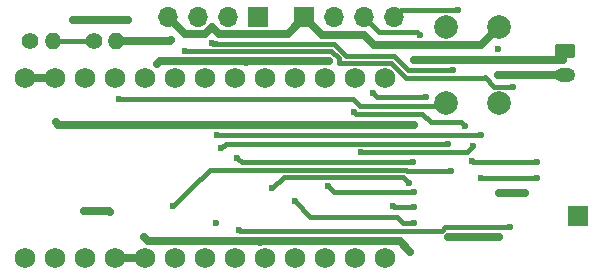
<source format=gbr>
%TF.GenerationSoftware,KiCad,Pcbnew,8.0.6-8.0.6-0~ubuntu24.04.1*%
%TF.CreationDate,2025-04-17T00:25:57-04:00*%
%TF.ProjectId,super-mini-mesh-kicad,73757065-722d-46d6-996e-692d6d657368,rev?*%
%TF.SameCoordinates,Original*%
%TF.FileFunction,Copper,L2,Bot*%
%TF.FilePolarity,Positive*%
%FSLAX46Y46*%
G04 Gerber Fmt 4.6, Leading zero omitted, Abs format (unit mm)*
G04 Created by KiCad (PCBNEW 8.0.6-8.0.6-0~ubuntu24.04.1) date 2025-04-17 00:25:57*
%MOMM*%
%LPD*%
G01*
G04 APERTURE LIST*
G04 Aperture macros list*
%AMRoundRect*
0 Rectangle with rounded corners*
0 $1 Rounding radius*
0 $2 $3 $4 $5 $6 $7 $8 $9 X,Y pos of 4 corners*
0 Add a 4 corners polygon primitive as box body*
4,1,4,$2,$3,$4,$5,$6,$7,$8,$9,$2,$3,0*
0 Add four circle primitives for the rounded corners*
1,1,$1+$1,$2,$3*
1,1,$1+$1,$4,$5*
1,1,$1+$1,$6,$7*
1,1,$1+$1,$8,$9*
0 Add four rect primitives between the rounded corners*
20,1,$1+$1,$2,$3,$4,$5,0*
20,1,$1+$1,$4,$5,$6,$7,0*
20,1,$1+$1,$6,$7,$8,$9,0*
20,1,$1+$1,$8,$9,$2,$3,0*%
G04 Aperture macros list end*
%TA.AperFunction,ComponentPad*%
%ADD10RoundRect,0.250000X-0.625000X0.350000X-0.625000X-0.350000X0.625000X-0.350000X0.625000X0.350000X0*%
%TD*%
%TA.AperFunction,ComponentPad*%
%ADD11O,1.750000X1.200000*%
%TD*%
%TA.AperFunction,ComponentPad*%
%ADD12C,1.752600*%
%TD*%
%TA.AperFunction,ComponentPad*%
%ADD13C,2.000000*%
%TD*%
%TA.AperFunction,ComponentPad*%
%ADD14C,1.400000*%
%TD*%
%TA.AperFunction,ComponentPad*%
%ADD15O,1.400000X1.400000*%
%TD*%
%TA.AperFunction,ComponentPad*%
%ADD16R,1.700000X1.700000*%
%TD*%
%TA.AperFunction,ComponentPad*%
%ADD17O,1.700000X1.700000*%
%TD*%
%TA.AperFunction,ViaPad*%
%ADD18C,0.600000*%
%TD*%
%TA.AperFunction,Conductor*%
%ADD19C,0.400000*%
%TD*%
%TA.AperFunction,Conductor*%
%ADD20C,0.700000*%
%TD*%
G04 APERTURE END LIST*
D10*
%TO.P,J1,1,Pin_1*%
%TO.N,BAT*%
X106700000Y-28400000D03*
D11*
%TO.P,J1,2,Pin_2*%
%TO.N,GND*%
X106700000Y-30400000D03*
%TD*%
D12*
%TO.P,U2,1,TX0/P0.06*%
%TO.N,unconnected-(U2-TX0{slash}P0.06-Pad1)*%
X63480000Y-45900000D03*
%TO.P,U2,2,RX1/P0.08*%
%TO.N,unconnected-(U2-RX1{slash}P0.08-Pad2)*%
X66020000Y-45900000D03*
%TO.P,U2,3,GND*%
%TO.N,GND*%
X68560000Y-45900000D03*
%TO.P,U2,4,GND*%
X71100000Y-45900000D03*
%TO.P,U2,5,P0.17*%
%TO.N,RF_SW*%
X73640000Y-45900000D03*
%TO.P,U2,6,P0.20*%
%TO.N,GPS_RX*%
X76180000Y-45900000D03*
%TO.P,U2,7,P0.22*%
%TO.N,GPS_TX*%
X78720000Y-45900000D03*
%TO.P,U2,8,P0.24*%
%TO.N,unconnected-(U2-P0.24-Pad8)*%
X81260000Y-45900000D03*
%TO.P,U2,9,P1.00*%
%TO.N,unconnected-(U2-P1.00-Pad9)*%
X83800000Y-45900000D03*
%TO.P,U2,10,P0.11*%
%TO.N,SCL*%
X86340000Y-45900000D03*
%TO.P,U2,11,P1.04*%
%TO.N,SDA*%
X88880000Y-45900000D03*
%TO.P,U2,12,P1.06*%
%TO.N,unconnected-(U2-P1.06-Pad12)*%
X91420000Y-45900000D03*
%TO.P,U2,13,NFC1/P0.09*%
%TO.N,LORA_RST*%
X91420000Y-30660000D03*
%TO.P,U2,14,NFC2/P0.10*%
%TO.N,DIO1*%
X88880000Y-30660000D03*
%TO.P,U2,15,P1.11*%
%TO.N,SCK*%
X86340000Y-30660000D03*
%TO.P,U2,16,P1.13*%
%TO.N,CS*%
X83800000Y-30660000D03*
%TO.P,U2,17,P1.15*%
%TO.N,MOSI*%
X81260000Y-30660000D03*
%TO.P,U2,18,AIN0/P0.02*%
%TO.N,MISO*%
X78720000Y-30660000D03*
%TO.P,U2,19,AIN5/P0.29*%
%TO.N,BUSY*%
X76180000Y-30660000D03*
%TO.P,U2,20,AIN7/P0.31*%
%TO.N,BATT_MEASURE*%
X73640000Y-30660000D03*
%TO.P,U2,21,VCC*%
%TO.N,3V3*%
X71100000Y-30660000D03*
%TO.P,U2,22,RST*%
%TO.N,MICRO_RST*%
X68560000Y-30660000D03*
%TO.P,U2,23,GND*%
%TO.N,GND*%
X66020000Y-30660000D03*
%TO.P,U2,24,BAT*%
%TO.N,BAT*%
X63480000Y-30660000D03*
%TO.P,U2,25,BAT*%
X60940000Y-30660000D03*
%TO.P,U2,26,GND*%
%TO.N,GND*%
X60940000Y-45900000D03*
%TD*%
D13*
%TO.P,SW1,1,1*%
%TO.N,MICRO_RST*%
X96600000Y-32800000D03*
X96600000Y-26300000D03*
%TO.P,SW1,2,2*%
%TO.N,GND*%
X101100000Y-32800000D03*
X101100000Y-26300000D03*
%TD*%
D14*
%TO.P,R1,1*%
%TO.N,BATT_MEASURE*%
X66795000Y-27500000D03*
D15*
%TO.P,R1,2*%
%TO.N,GND*%
X68695000Y-27500000D03*
%TD*%
D16*
%TO.P,J3,1,Pin_1*%
%TO.N,GND*%
X84600000Y-25500000D03*
D17*
%TO.P,J3,2,Pin_2*%
%TO.N,3V3*%
X87140000Y-25500000D03*
%TO.P,J3,3,Pin_3*%
%TO.N,SCL*%
X89680000Y-25500000D03*
%TO.P,J3,4,Pin_4*%
%TO.N,SDA*%
X92220000Y-25500000D03*
%TD*%
D14*
%TO.P,R2,1*%
%TO.N,BAT*%
X61395000Y-27500000D03*
D15*
%TO.P,R2,2*%
%TO.N,BATT_MEASURE*%
X63295000Y-27500000D03*
%TD*%
D16*
%TO.P,J4,1,Pin_1*%
%TO.N,ANT*%
X107800000Y-42300000D03*
%TD*%
%TO.P,J2,1,Pin_1*%
%TO.N,3V3*%
X80700000Y-25500000D03*
D17*
%TO.P,J2,2,Pin_2*%
%TO.N,GPS_RX*%
X78160000Y-25500000D03*
%TO.P,J2,3,Pin_3*%
%TO.N,GPS_TX*%
X75620000Y-25500000D03*
%TO.P,J2,4,Pin_4*%
%TO.N,GND*%
X73080000Y-25500000D03*
%TD*%
D18*
%TO.N,RF_SW*%
X73500000Y-41500000D03*
X97000000Y-38500000D03*
%TO.N,GND*%
X101000000Y-28200000D03*
X73200000Y-27500000D03*
X66000000Y-41900000D03*
X101000000Y-30400000D03*
X69700000Y-25700000D03*
X68200000Y-42000000D03*
X101100000Y-44140000D03*
X103300000Y-40400000D03*
X65000000Y-25700000D03*
X96800000Y-44100000D03*
X101100000Y-40400000D03*
%TO.N,BAT*%
X63600000Y-34400000D03*
X93900000Y-34600000D03*
X93900000Y-29100000D03*
%TO.N,GPS_TX*%
X74500000Y-28383700D03*
X102000000Y-43300000D03*
X79100000Y-43500000D03*
X102300000Y-31400000D03*
%TO.N,GPS_RX*%
X96800000Y-36200000D03*
X77100000Y-42900000D03*
X97200000Y-29950000D03*
X77600000Y-36600000D03*
X76800000Y-27683700D03*
%TO.N,3V3*%
X72100000Y-29500000D03*
X86700000Y-29233700D03*
X93600000Y-45400000D03*
X79700000Y-29300000D03*
X71000000Y-44100000D03*
%TO.N,MICRO_RST*%
X68900000Y-32400000D03*
%TO.N,LORA_RST*%
X93900000Y-41600000D03*
X92100000Y-41500000D03*
%TO.N,BUSY*%
X104300000Y-39100000D03*
X77200000Y-35500000D03*
X99600000Y-35500000D03*
X99600000Y-39100000D03*
%TO.N,MOSI*%
X93500000Y-39500000D03*
X81900000Y-40000000D03*
%TO.N,MISO*%
X78900000Y-37400000D03*
X93800000Y-37800000D03*
%TO.N,DIO1*%
X98200000Y-34700000D03*
X104300000Y-37800000D03*
X98800000Y-37700000D03*
X88800000Y-33500000D03*
%TO.N,CS*%
X93900000Y-42900000D03*
X83800000Y-41100000D03*
%TO.N,SCK*%
X93900000Y-40300000D03*
X86600000Y-39800000D03*
%TO.N,SCL*%
X94900000Y-32300000D03*
X90400000Y-31900000D03*
X94400000Y-27000000D03*
%TO.N,SDA*%
X97600000Y-24900000D03*
X89400000Y-36900000D03*
X98900000Y-36400000D03*
%TD*%
D19*
%TO.N,RF_SW*%
X75000000Y-40000000D02*
X73500000Y-41500000D01*
X97000000Y-38500000D02*
X93348528Y-38500000D01*
X93348528Y-38500000D02*
X93248528Y-38400000D01*
X93248528Y-38400000D02*
X76600000Y-38400000D01*
X76600000Y-38400000D02*
X75000000Y-40000000D01*
%TO.N,MOSI*%
X81900000Y-40000000D02*
X82900000Y-39000000D01*
X82900000Y-39000000D02*
X93000000Y-39000000D01*
X93000000Y-39000000D02*
X93500000Y-39500000D01*
D20*
%TO.N,GND*%
X86100000Y-27000000D02*
X84600000Y-25500000D01*
X68100000Y-41900000D02*
X68200000Y-42000000D01*
X101100000Y-44140000D02*
X96840000Y-44140000D01*
X73300000Y-27400000D02*
X73200000Y-27500000D01*
X83200000Y-26900000D02*
X77400000Y-26900000D01*
X84600000Y-25500000D02*
X83200000Y-26900000D01*
X76799949Y-26299949D02*
X76199899Y-26900000D01*
X77400000Y-26900000D02*
X76799949Y-26299949D01*
X68560000Y-45900000D02*
X71100000Y-45900000D01*
X68695000Y-27500000D02*
X73200000Y-27500000D01*
X101100000Y-26300000D02*
X99550000Y-27850000D01*
X99550000Y-27850000D02*
X90550000Y-27850000D01*
X106700000Y-30400000D02*
X101000000Y-30400000D01*
X66000000Y-41900000D02*
X68100000Y-41900000D01*
X76199899Y-26900000D02*
X74480000Y-26900000D01*
X74480000Y-26900000D02*
X73080000Y-25500000D01*
X103300000Y-40400000D02*
X101100000Y-40400000D01*
X90550000Y-27850000D02*
X89700000Y-27000000D01*
X69700000Y-25700000D02*
X65000000Y-25700000D01*
X96840000Y-44140000D02*
X96800000Y-44100000D01*
X89700000Y-27000000D02*
X86100000Y-27000000D01*
%TO.N,BAT*%
X106550000Y-29100000D02*
X106550000Y-28550000D01*
X106550000Y-29100000D02*
X93900000Y-29100000D01*
X63800000Y-34600000D02*
X63600000Y-34400000D01*
X93900000Y-34600000D02*
X63800000Y-34600000D01*
X63480000Y-30660000D02*
X60940000Y-30660000D01*
X106550000Y-28550000D02*
X106700000Y-28400000D01*
D19*
%TO.N,GPS_TX*%
X100700000Y-31400000D02*
X102300000Y-31400000D01*
X99850000Y-30650000D02*
X99900000Y-30600000D01*
X96539340Y-43300000D02*
X102000000Y-43300000D01*
X79200000Y-43600000D02*
X96239340Y-43600000D01*
X79100000Y-43500000D02*
X79200000Y-43600000D01*
X91948661Y-29383700D02*
X87516300Y-29383700D01*
X99900000Y-30600000D02*
X100700000Y-31400000D01*
X87516300Y-28989340D02*
X87516300Y-29383700D01*
X74500000Y-28383700D02*
X86910660Y-28383700D01*
X91948661Y-29383700D02*
X93214961Y-30650000D01*
X93214961Y-30650000D02*
X99850000Y-30650000D01*
X96239340Y-43600000D02*
X96539340Y-43300000D01*
X86910660Y-28383700D02*
X87516300Y-28989340D01*
%TO.N,GPS_RX*%
X93363490Y-29950000D02*
X92906745Y-29493255D01*
X92906745Y-29493255D02*
X92197189Y-28783700D01*
X92197189Y-28783700D02*
X88159188Y-28783700D01*
X76900000Y-27783700D02*
X76800000Y-27683700D01*
X78000000Y-36200000D02*
X96800000Y-36200000D01*
X87159188Y-27783700D02*
X77183700Y-27783700D01*
X88159188Y-28783700D02*
X87159188Y-27783700D01*
X97200000Y-29950000D02*
X93363490Y-29950000D01*
X77183700Y-27783700D02*
X77100000Y-27700000D01*
X77600000Y-36600000D02*
X78000000Y-36200000D01*
X77183700Y-27783700D02*
X76900000Y-27783700D01*
D20*
%TO.N,3V3*%
X79766300Y-29233700D02*
X86700000Y-29233700D01*
X79633700Y-29233700D02*
X72366300Y-29233700D01*
X79700000Y-29300000D02*
X79766300Y-29233700D01*
X72366300Y-29233700D02*
X72100000Y-29500000D01*
X80926300Y-44473700D02*
X71373700Y-44473700D01*
X92673700Y-44473700D02*
X80926300Y-44473700D01*
X71373700Y-44473700D02*
X71000000Y-44100000D01*
X93600000Y-45400000D02*
X92673700Y-44473700D01*
X79700000Y-29300000D02*
X79633700Y-29233700D01*
X80926300Y-44473700D02*
X80900000Y-44500000D01*
D19*
%TO.N,BATT_MEASURE*%
X66795000Y-27500000D02*
X63295000Y-27500000D01*
%TO.N,MICRO_RST*%
X96600000Y-32800000D02*
X96400000Y-33000000D01*
X96400000Y-33000000D02*
X89300000Y-33000000D01*
X89300000Y-33000000D02*
X88700000Y-32400000D01*
X88700000Y-32400000D02*
X68900000Y-32400000D01*
%TO.N,LORA_RST*%
X93900000Y-41600000D02*
X92200000Y-41600000D01*
X92200000Y-41600000D02*
X92100000Y-41500000D01*
%TO.N,BUSY*%
X104300000Y-39100000D02*
X99600000Y-39100000D01*
X99600000Y-35500000D02*
X77200000Y-35500000D01*
%TO.N,MISO*%
X93800000Y-37800000D02*
X82500000Y-37800000D01*
X79300000Y-37800000D02*
X78900000Y-37400000D01*
X82500000Y-37800000D02*
X79300000Y-37800000D01*
%TO.N,DIO1*%
X94600000Y-33700000D02*
X91000000Y-33700000D01*
X98900000Y-37800000D02*
X98800000Y-37700000D01*
X89000000Y-33700000D02*
X88800000Y-33500000D01*
X104300000Y-37800000D02*
X98900000Y-37800000D01*
X91000000Y-33700000D02*
X89000000Y-33700000D01*
X95300000Y-34400000D02*
X94600000Y-33700000D01*
X98200000Y-34700000D02*
X97900000Y-34400000D01*
X97900000Y-34400000D02*
X95300000Y-34400000D01*
%TO.N,CS*%
X85100000Y-42400000D02*
X83800000Y-41100000D01*
X93900000Y-42900000D02*
X93000000Y-42900000D01*
X92500000Y-42400000D02*
X85100000Y-42400000D01*
X93000000Y-42900000D02*
X92500000Y-42400000D01*
%TO.N,SCK*%
X93900000Y-40300000D02*
X87100000Y-40300000D01*
X87100000Y-40300000D02*
X86600000Y-39800000D01*
%TO.N,SCL*%
X94150000Y-26750000D02*
X94400000Y-27000000D01*
X94900000Y-32300000D02*
X90800000Y-32300000D01*
X90800000Y-32300000D02*
X90400000Y-31900000D01*
X90930000Y-26750000D02*
X94150000Y-26750000D01*
X89680000Y-25500000D02*
X90930000Y-26750000D01*
%TO.N,SDA*%
X98400000Y-36900000D02*
X98900000Y-36400000D01*
X92820000Y-24900000D02*
X92220000Y-25500000D01*
X89400000Y-36900000D02*
X98400000Y-36900000D01*
X97600000Y-24900000D02*
X92820000Y-24900000D01*
%TD*%
M02*

</source>
